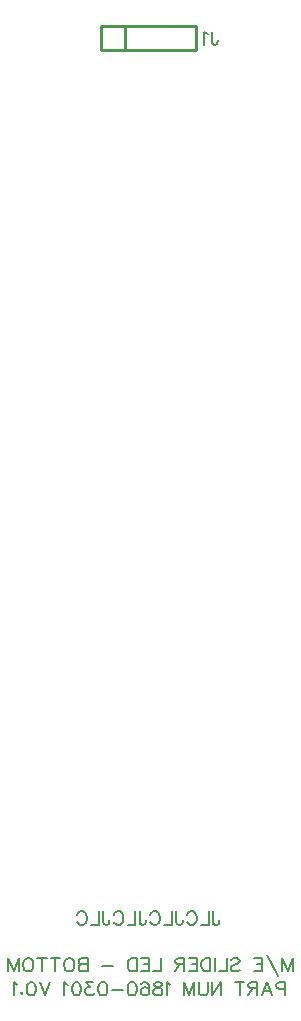
<source format=gbo>
G04 Layer: BottomSilkscreenLayer*
G04 EasyEDA v6.5.29, 2023-07-18 11:14:52*
G04 afe15dd53e0047d18e41e40897773fa5,5a6b42c53f6a479593ecc07194224c93,10*
G04 Gerber Generator version 0.2*
G04 Scale: 100 percent, Rotated: No, Reflected: No *
G04 Dimensions in millimeters *
G04 leading zeros omitted , absolute positions ,4 integer and 5 decimal *
%FSLAX45Y45*%
%MOMM*%

%ADD10C,0.2032*%
%ADD11C,0.1524*%
%ADD12C,0.2540*%

%LPD*%
D10*
X2641650Y3194489D02*
G01*
X2641650Y3079945D01*
X2641650Y3194489D02*
G01*
X2592560Y3194489D01*
X2576197Y3189036D01*
X2570741Y3183582D01*
X2565288Y3172673D01*
X2565288Y3156308D01*
X2570741Y3145398D01*
X2576197Y3139945D01*
X2592560Y3134489D01*
X2641650Y3134489D01*
X2485651Y3194489D02*
G01*
X2529286Y3079945D01*
X2485651Y3194489D02*
G01*
X2442014Y3079945D01*
X2512923Y3118126D02*
G01*
X2458379Y3118126D01*
X2406015Y3194489D02*
G01*
X2406015Y3079945D01*
X2406015Y3194489D02*
G01*
X2356924Y3194489D01*
X2340561Y3189036D01*
X2335105Y3183582D01*
X2329652Y3172673D01*
X2329652Y3161764D01*
X2335105Y3150854D01*
X2340561Y3145398D01*
X2356924Y3139945D01*
X2406015Y3139945D01*
X2367833Y3139945D02*
G01*
X2329652Y3079945D01*
X2255469Y3194489D02*
G01*
X2255469Y3079945D01*
X2293650Y3194489D02*
G01*
X2217287Y3194489D01*
X2097288Y3194489D02*
G01*
X2097288Y3079945D01*
X2097288Y3194489D02*
G01*
X2020925Y3079945D01*
X2020925Y3194489D02*
G01*
X2020925Y3079945D01*
X1984923Y3194489D02*
G01*
X1984923Y3112673D01*
X1979470Y3096308D01*
X1968560Y3085398D01*
X1952198Y3079945D01*
X1941288Y3079945D01*
X1924923Y3085398D01*
X1914016Y3096308D01*
X1908561Y3112673D01*
X1908561Y3194489D01*
X1872561Y3194489D02*
G01*
X1872561Y3079945D01*
X1872561Y3194489D02*
G01*
X1828924Y3079945D01*
X1785289Y3194489D02*
G01*
X1828924Y3079945D01*
X1785289Y3194489D02*
G01*
X1785289Y3079945D01*
X1665290Y3172673D02*
G01*
X1654380Y3178126D01*
X1638015Y3194489D01*
X1638015Y3079945D01*
X1574744Y3194489D02*
G01*
X1591106Y3189036D01*
X1596562Y3178126D01*
X1596562Y3167217D01*
X1591106Y3156308D01*
X1580197Y3150854D01*
X1558381Y3145398D01*
X1542016Y3139945D01*
X1531106Y3129036D01*
X1525653Y3118126D01*
X1525653Y3101764D01*
X1531106Y3090854D01*
X1536562Y3085398D01*
X1552925Y3079945D01*
X1574744Y3079945D01*
X1591106Y3085398D01*
X1596562Y3090854D01*
X1602016Y3101764D01*
X1602016Y3118126D01*
X1596562Y3129036D01*
X1585653Y3139945D01*
X1569288Y3145398D01*
X1547472Y3150854D01*
X1536562Y3156308D01*
X1531106Y3167217D01*
X1531106Y3178126D01*
X1536562Y3189036D01*
X1552925Y3194489D01*
X1574744Y3194489D01*
X1424198Y3178126D02*
G01*
X1429654Y3189036D01*
X1446016Y3194489D01*
X1456926Y3194489D01*
X1473288Y3189036D01*
X1484198Y3172673D01*
X1489654Y3145398D01*
X1489654Y3118126D01*
X1484198Y3096308D01*
X1473288Y3085398D01*
X1456926Y3079945D01*
X1451470Y3079945D01*
X1435107Y3085398D01*
X1424198Y3096308D01*
X1418744Y3112673D01*
X1418744Y3118126D01*
X1424198Y3134489D01*
X1435107Y3145398D01*
X1451470Y3150854D01*
X1456926Y3150854D01*
X1473288Y3145398D01*
X1484198Y3134489D01*
X1489654Y3118126D01*
X1350017Y3194489D02*
G01*
X1366380Y3189036D01*
X1377289Y3172673D01*
X1382742Y3145398D01*
X1382742Y3129036D01*
X1377289Y3101764D01*
X1366380Y3085398D01*
X1350017Y3079945D01*
X1339108Y3079945D01*
X1322743Y3085398D01*
X1311836Y3101764D01*
X1306380Y3129036D01*
X1306380Y3145398D01*
X1311836Y3172673D01*
X1322743Y3189036D01*
X1339108Y3194489D01*
X1350017Y3194489D01*
X1270381Y3129036D02*
G01*
X1172199Y3129036D01*
X1103472Y3194489D02*
G01*
X1119835Y3189036D01*
X1130744Y3172673D01*
X1136200Y3145398D01*
X1136200Y3129036D01*
X1130744Y3101764D01*
X1119835Y3085398D01*
X1103472Y3079945D01*
X1092563Y3079945D01*
X1076200Y3085398D01*
X1065291Y3101764D01*
X1059835Y3129036D01*
X1059835Y3145398D01*
X1065291Y3172673D01*
X1076200Y3189036D01*
X1092563Y3194489D01*
X1103472Y3194489D01*
X1012926Y3194489D02*
G01*
X952926Y3194489D01*
X985654Y3150854D01*
X969289Y3150854D01*
X958382Y3145398D01*
X952926Y3139945D01*
X947473Y3123582D01*
X947473Y3112673D01*
X952926Y3096308D01*
X963836Y3085398D01*
X980198Y3079945D01*
X996563Y3079945D01*
X1012926Y3085398D01*
X1018382Y3090854D01*
X1023835Y3101764D01*
X878746Y3194489D02*
G01*
X895108Y3189036D01*
X906018Y3172673D01*
X911471Y3145398D01*
X911471Y3129036D01*
X906018Y3101764D01*
X895108Y3085398D01*
X878746Y3079945D01*
X867836Y3079945D01*
X851471Y3085398D01*
X840564Y3101764D01*
X835108Y3129036D01*
X835108Y3145398D01*
X840564Y3172673D01*
X851471Y3189036D01*
X867836Y3194489D01*
X878746Y3194489D01*
X799109Y3172673D02*
G01*
X788200Y3178126D01*
X771837Y3194489D01*
X771837Y3079945D01*
X651837Y3194489D02*
G01*
X608200Y3079945D01*
X564563Y3194489D02*
G01*
X608200Y3079945D01*
X495835Y3194489D02*
G01*
X512201Y3189036D01*
X523110Y3172673D01*
X528563Y3145398D01*
X528563Y3129036D01*
X523110Y3101764D01*
X512201Y3085398D01*
X495835Y3079945D01*
X484926Y3079945D01*
X468563Y3085398D01*
X457654Y3101764D01*
X452201Y3129036D01*
X452201Y3145398D01*
X457654Y3172673D01*
X468563Y3189036D01*
X484926Y3194489D01*
X495835Y3194489D01*
X410745Y3107217D02*
G01*
X416201Y3101764D01*
X410745Y3096308D01*
X405292Y3101764D01*
X410745Y3107217D01*
X369290Y3172673D02*
G01*
X358383Y3178126D01*
X342018Y3194489D01*
X342018Y3079945D01*
X2028190Y3791457D02*
G01*
X2028190Y3704081D01*
X2033777Y3687826D01*
X2039111Y3682237D01*
X2050034Y3676904D01*
X2060956Y3676904D01*
X2071877Y3682237D01*
X2077465Y3687826D01*
X2082800Y3704081D01*
X2082800Y3715004D01*
X1992375Y3791457D02*
G01*
X1992375Y3676904D01*
X1992375Y3676904D02*
G01*
X1926843Y3676904D01*
X1808988Y3764026D02*
G01*
X1814322Y3774947D01*
X1825243Y3785870D01*
X1836165Y3791457D01*
X1858009Y3791457D01*
X1868931Y3785870D01*
X1879854Y3774947D01*
X1885441Y3764026D01*
X1890775Y3747770D01*
X1890775Y3720592D01*
X1885441Y3704081D01*
X1879854Y3693160D01*
X1868931Y3682237D01*
X1858009Y3676904D01*
X1836165Y3676904D01*
X1825243Y3682237D01*
X1814322Y3693160D01*
X1808988Y3704081D01*
X1718563Y3791457D02*
G01*
X1718563Y3704081D01*
X1723897Y3687826D01*
X1729231Y3682237D01*
X1740154Y3676904D01*
X1751075Y3676904D01*
X1761997Y3682237D01*
X1767586Y3687826D01*
X1772920Y3704081D01*
X1772920Y3715004D01*
X1682495Y3791457D02*
G01*
X1682495Y3676904D01*
X1682495Y3676904D02*
G01*
X1616963Y3676904D01*
X1499108Y3764026D02*
G01*
X1504695Y3774947D01*
X1515618Y3785870D01*
X1526540Y3791457D01*
X1548129Y3791457D01*
X1559052Y3785870D01*
X1569974Y3774947D01*
X1575561Y3764026D01*
X1580895Y3747770D01*
X1580895Y3720592D01*
X1575561Y3704081D01*
X1569974Y3693160D01*
X1559052Y3682237D01*
X1548129Y3676904D01*
X1526540Y3676904D01*
X1515618Y3682237D01*
X1504695Y3693160D01*
X1499108Y3704081D01*
X1408684Y3791457D02*
G01*
X1408684Y3704081D01*
X1414018Y3687826D01*
X1419606Y3682237D01*
X1430527Y3676904D01*
X1441450Y3676904D01*
X1452372Y3682237D01*
X1457706Y3687826D01*
X1463040Y3704081D01*
X1463040Y3715004D01*
X1372615Y3791457D02*
G01*
X1372615Y3676904D01*
X1372615Y3676904D02*
G01*
X1307084Y3676904D01*
X1189227Y3764026D02*
G01*
X1194815Y3774947D01*
X1205738Y3785870D01*
X1216659Y3791457D01*
X1238504Y3791457D01*
X1249425Y3785870D01*
X1260347Y3774947D01*
X1265681Y3764026D01*
X1271270Y3747770D01*
X1271270Y3720592D01*
X1265681Y3704081D01*
X1260347Y3693160D01*
X1249425Y3682237D01*
X1238504Y3676904D01*
X1216659Y3676904D01*
X1205738Y3682237D01*
X1194815Y3693160D01*
X1189227Y3704081D01*
X1098804Y3791457D02*
G01*
X1098804Y3704081D01*
X1104138Y3687826D01*
X1109725Y3682237D01*
X1120647Y3676904D01*
X1131570Y3676904D01*
X1142491Y3682237D01*
X1147825Y3687826D01*
X1153413Y3704081D01*
X1153413Y3715004D01*
X1062736Y3791457D02*
G01*
X1062736Y3676904D01*
X1062736Y3676904D02*
G01*
X997458Y3676904D01*
X879602Y3764026D02*
G01*
X884936Y3774947D01*
X895858Y3785870D01*
X906779Y3791457D01*
X928624Y3791457D01*
X939545Y3785870D01*
X950468Y3774947D01*
X955802Y3764026D01*
X961390Y3747770D01*
X961390Y3720592D01*
X955802Y3704081D01*
X950468Y3693160D01*
X939545Y3682237D01*
X928624Y3676904D01*
X906779Y3676904D01*
X895858Y3682237D01*
X884936Y3693160D01*
X879602Y3704081D01*
X2705100Y3397689D02*
G01*
X2705100Y3283145D01*
X2705100Y3397689D02*
G01*
X2661462Y3283145D01*
X2617828Y3397689D02*
G01*
X2661462Y3283145D01*
X2617828Y3397689D02*
G01*
X2617828Y3283145D01*
X2483645Y3419508D02*
G01*
X2581828Y3244964D01*
X2447645Y3397689D02*
G01*
X2447645Y3283145D01*
X2447645Y3397689D02*
G01*
X2376736Y3397689D01*
X2447645Y3343145D02*
G01*
X2404010Y3343145D01*
X2447645Y3283145D02*
G01*
X2376736Y3283145D01*
X2180374Y3381326D02*
G01*
X2191283Y3392236D01*
X2207646Y3397689D01*
X2229464Y3397689D01*
X2245827Y3392236D01*
X2256736Y3381326D01*
X2256736Y3370417D01*
X2251283Y3359508D01*
X2245827Y3354054D01*
X2234918Y3348598D01*
X2202192Y3337689D01*
X2191283Y3332236D01*
X2185827Y3326782D01*
X2180374Y3315873D01*
X2180374Y3299508D01*
X2191283Y3288598D01*
X2207646Y3283145D01*
X2229464Y3283145D01*
X2245827Y3288598D01*
X2256736Y3299508D01*
X2144374Y3397689D02*
G01*
X2144374Y3283145D01*
X2144374Y3283145D02*
G01*
X2078918Y3283145D01*
X2042919Y3397689D02*
G01*
X2042919Y3283145D01*
X2006920Y3397689D02*
G01*
X2006920Y3283145D01*
X2006920Y3397689D02*
G01*
X1968738Y3397689D01*
X1952373Y3392236D01*
X1941464Y3381326D01*
X1936010Y3370417D01*
X1930554Y3354054D01*
X1930554Y3326782D01*
X1936010Y3310417D01*
X1941464Y3299508D01*
X1952373Y3288598D01*
X1968738Y3283145D01*
X2006920Y3283145D01*
X1894555Y3397689D02*
G01*
X1894555Y3283145D01*
X1894555Y3397689D02*
G01*
X1823646Y3397689D01*
X1894555Y3343145D02*
G01*
X1850920Y3343145D01*
X1894555Y3283145D02*
G01*
X1823646Y3283145D01*
X1787646Y3397689D02*
G01*
X1787646Y3283145D01*
X1787646Y3397689D02*
G01*
X1738556Y3397689D01*
X1722193Y3392236D01*
X1716737Y3386782D01*
X1711284Y3375873D01*
X1711284Y3364964D01*
X1716737Y3354054D01*
X1722193Y3348598D01*
X1738556Y3343145D01*
X1787646Y3343145D01*
X1749465Y3343145D02*
G01*
X1711284Y3283145D01*
X1591284Y3397689D02*
G01*
X1591284Y3283145D01*
X1591284Y3283145D02*
G01*
X1525828Y3283145D01*
X1489829Y3397689D02*
G01*
X1489829Y3283145D01*
X1489829Y3397689D02*
G01*
X1418920Y3397689D01*
X1489829Y3343145D02*
G01*
X1446192Y3343145D01*
X1489829Y3283145D02*
G01*
X1418920Y3283145D01*
X1382920Y3397689D02*
G01*
X1382920Y3283145D01*
X1382920Y3397689D02*
G01*
X1344739Y3397689D01*
X1328374Y3392236D01*
X1317467Y3381326D01*
X1312011Y3370417D01*
X1306558Y3354054D01*
X1306558Y3326782D01*
X1312011Y3310417D01*
X1317467Y3299508D01*
X1328374Y3288598D01*
X1344739Y3283145D01*
X1382920Y3283145D01*
X1186558Y3332236D02*
G01*
X1088374Y3332236D01*
X968375Y3397689D02*
G01*
X968375Y3283145D01*
X968375Y3397689D02*
G01*
X919284Y3397689D01*
X902921Y3392236D01*
X897468Y3386782D01*
X892012Y3375873D01*
X892012Y3364964D01*
X897468Y3354054D01*
X902921Y3348598D01*
X919284Y3343145D01*
X968375Y3343145D02*
G01*
X919284Y3343145D01*
X902921Y3337689D01*
X897468Y3332236D01*
X892012Y3321326D01*
X892012Y3304964D01*
X897468Y3294054D01*
X902921Y3288598D01*
X919284Y3283145D01*
X968375Y3283145D01*
X823285Y3397689D02*
G01*
X834194Y3392236D01*
X845103Y3381326D01*
X850557Y3370417D01*
X856013Y3354054D01*
X856013Y3326782D01*
X850557Y3310417D01*
X845103Y3299508D01*
X834194Y3288598D01*
X823285Y3283145D01*
X801466Y3283145D01*
X790557Y3288598D01*
X779650Y3299508D01*
X774194Y3310417D01*
X768741Y3326782D01*
X768741Y3354054D01*
X774194Y3370417D01*
X779650Y3381326D01*
X790557Y3392236D01*
X801466Y3397689D01*
X823285Y3397689D01*
X694557Y3397689D02*
G01*
X694557Y3283145D01*
X732739Y3397689D02*
G01*
X656376Y3397689D01*
X582195Y3397689D02*
G01*
X582195Y3283145D01*
X620377Y3397689D02*
G01*
X544014Y3397689D01*
X475287Y3397689D02*
G01*
X486194Y3392236D01*
X497103Y3381326D01*
X502559Y3370417D01*
X508012Y3354054D01*
X508012Y3326782D01*
X502559Y3310417D01*
X497103Y3299508D01*
X486194Y3288598D01*
X475287Y3283145D01*
X453468Y3283145D01*
X442559Y3288598D01*
X431650Y3299508D01*
X426194Y3310417D01*
X420740Y3326782D01*
X420740Y3354054D01*
X426194Y3370417D01*
X431650Y3381326D01*
X442559Y3392236D01*
X453468Y3397689D01*
X475287Y3397689D01*
X384741Y3397689D02*
G01*
X384741Y3283145D01*
X384741Y3397689D02*
G01*
X341104Y3283145D01*
X297469Y3397689D02*
G01*
X341104Y3283145D01*
X297469Y3397689D02*
G01*
X297469Y3283145D01*
D11*
X2018134Y11240549D02*
G01*
X2018134Y11157422D01*
X2023330Y11141834D01*
X2028525Y11136640D01*
X2038916Y11131445D01*
X2049307Y11131445D01*
X2059698Y11136640D01*
X2064895Y11141834D01*
X2070089Y11157422D01*
X2070089Y11167813D01*
X1983844Y11219766D02*
G01*
X1973455Y11224963D01*
X1957867Y11240549D01*
X1957867Y11131445D01*
D12*
X1288999Y11087100D02*
G01*
X1288999Y11277600D01*
X1085900Y11088700D02*
G01*
X1885899Y11088700D01*
X1885899Y11288699D01*
X1085900Y11288699D01*
X1085900Y11088700D01*
M02*

</source>
